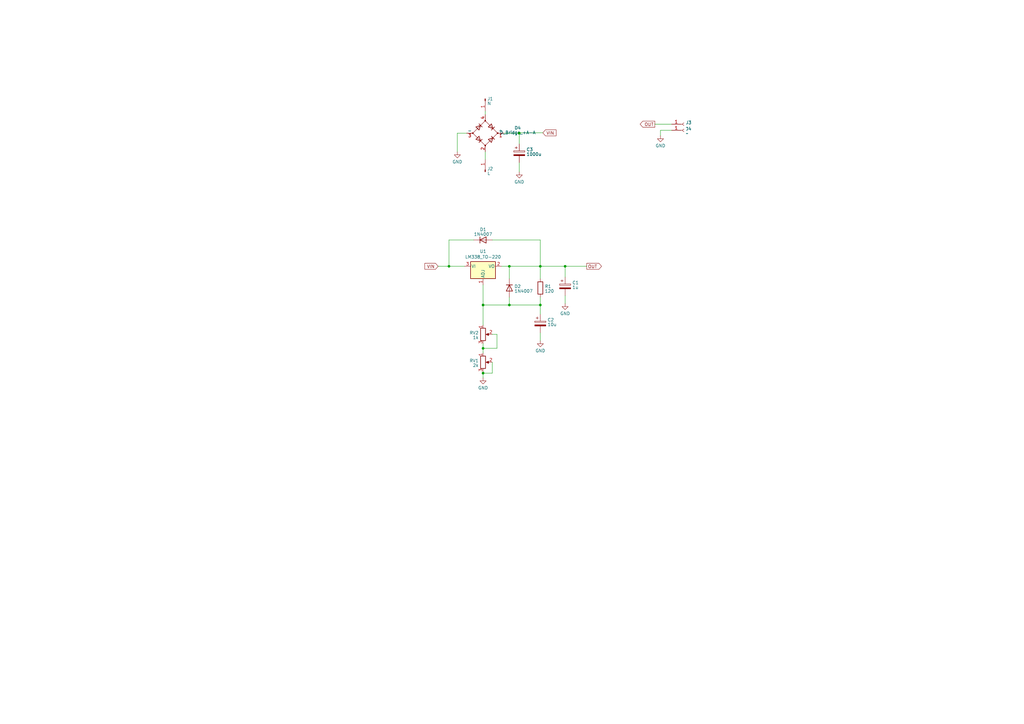
<source format=kicad_sch>
(kicad_sch (version 20230121) (generator eeschema)
  (paper "A3")
  (title_block (title "Линейный источник питания") (company "dev-blog.ru") (comment 2 "Кокорев Я.С."))
  (lib_symbols
    (symbol "Connector:Conn_01x01_Pin" (pin_names (offset 1.016) hide)
      (property "Reference" "J" (at 0 2.54 0))
      (property "Value" "Conn_01x01_Pin" (at 0 -2.54 0))
      (symbol "Conn_01x01_Pin_1_1"
        (polyline (pts (xy 1.27 0) (xy 0.8636 0)) (stroke (width 0.1524)))
        (rectangle (start 0.8636 0.127) (end 0 -0.127) (stroke (width 0.1524)) (fill (type outline)))
        (pin passive line (at 5.08 0 180) (length 3.81) (name "Pin_1") (number "1"))
      )
    )
    (symbol "Connector:Conn_01x01_Socket" (pin_names (offset 1.016) hide)
      (property "Reference" "J" (at 0 2.54 0))
      (property "Value" "Conn_01x01_Socket" (at 0 -2.54 0))
      (symbol "Conn_01x01_Socket_1_1"
        (polyline (pts (xy -1.27 0) (xy -0.508 0)) (stroke (width 0.1524)))
        (arc (start 0 0.508) (mid -0.5058 0) (end 0 -0.508) (stroke (width 0.1524)))
        (pin passive line (at -5.08 0 0) (length 3.81) (name "Pin_1") (number "1"))
      )
    )
    (symbol "Device:C_Polarized" (pin_numbers hide) (pin_names (offset 0.254))
      (property "Reference" "C" (at 0.635 2.54 0))
      (property "Value" "C_Polarized" (at 0.635 -2.54 0))
      (symbol "C_Polarized_0_1"
        (rectangle (start -2.286 0.508) (end 2.286 1.016))
        (polyline (pts (xy -1.778 2.286) (xy -0.762 2.286)))
        (polyline (pts (xy -1.27 2.794) (xy -1.27 1.778)))
        (rectangle (start 2.286 -0.508) (end -2.286 -1.016) (fill (type outline)))
      )
      (symbol "C_Polarized_1_1"
        (pin passive line (at 0 3.81 270) (length 2.794) (name "~") (number "1"))
        (pin passive line (at 0 -3.81 90) (length 2.794) (name "~") (number "2"))
      )
    )
    (symbol "Device:D_Bridge_+A-A" (pin_names (offset 0))
      (property "Reference" "D" (at 2.54 6.985 0))
      (property "Value" "D_Bridge_+A-A" (at 2.54 5.08 0))
      (symbol "D_Bridge_+A-A_0_1"
        (circle (center -5.08 0) (radius 0.254) (fill (type outline)))
        (circle (center 0 -5.08) (radius 0.254) (fill (type outline)))
        (polyline (pts (xy -2.54 3.81) (xy -1.27 2.54)) (stroke (width 0.254)))
        (polyline (pts (xy -1.27 -2.54) (xy -2.54 -3.81)) (stroke (width 0.254)))
        (polyline (pts (xy 2.54 -1.27) (xy 3.81 -2.54)) (stroke (width 0.254)))
        (polyline (pts (xy 2.54 1.27) (xy 3.81 2.54)) (stroke (width 0.254)))
        (polyline (pts (xy -3.81 2.54) (xy -2.54 1.27) (xy -1.905 3.175) (xy -3.81 2.54)) (stroke (width 0.254)))
        (polyline (pts (xy -2.54 -1.27) (xy -3.81 -2.54) (xy -1.905 -3.175) (xy -2.54 -1.27)) (stroke (width 0.254)))
        (polyline (pts (xy 1.27 2.54) (xy 2.54 3.81) (xy 3.175 1.905) (xy 1.27 2.54)) (stroke (width 0.254)))
        (polyline (pts (xy 3.175 -1.905) (xy 1.27 -2.54) (xy 2.54 -3.81) (xy 3.175 -1.905)) (stroke (width 0.254)))
        (polyline (pts (xy -5.08 0) (xy 0 -5.08) (xy 5.08 0) (xy 0 5.08) (xy -5.08 0)))
        (circle (center 0 5.08) (radius 0.254) (fill (type outline)))
        (circle (center 5.08 0) (radius 0.254) (fill (type outline)))
      )
      (symbol "D_Bridge_+A-A_1_1"
        (pin passive line (at 7.62 0 180) (length 2.54) (name "+") (number "1"))
        (pin passive line (at 0 -7.62 90) (length 2.54) (name "~") (number "2"))
        (pin passive line (at -7.62 0 0) (length 2.54) (name "-") (number "3"))
        (pin passive line (at 0 7.62 270) (length 2.54) (name "~") (number "4"))
      )
    )
    (symbol "Device:R" (pin_numbers hide) (pin_names (offset 0))
      (property "Reference" "R" (at 2.032 0 90))
      (property "Value" "R" (at 0 0 90))
      (symbol "R_0_1"
        (rectangle (start -1.016 -2.54) (end 1.016 2.54) (stroke (width 0.254)))
      )
      (symbol "R_1_1"
        (pin passive line (at 0 3.81 270) (length 1.27) (name "~") (number "1"))
        (pin passive line (at 0 -3.81 90) (length 1.27) (name "~") (number "2"))
      )
    )
    (symbol "Device:R_Potentiometer" (pin_names (offset 1.016) hide)
      (property "Reference" "RV" (at -4.445 0 90))
      (property "Value" "R_Potentiometer" (at -2.54 0 90))
      (symbol "R_Potentiometer_0_1"
        (polyline (pts (xy 2.54 0) (xy 1.524 0)))
        (polyline (pts (xy 1.143 0) (xy 2.286 0.508) (xy 2.286 -0.508) (xy 1.143 0)) (fill (type outline)))
        (rectangle (start 1.016 2.54) (end -1.016 -2.54) (stroke (width 0.254)))
      )
      (symbol "R_Potentiometer_1_1"
        (pin passive line (at 0 3.81 270) (length 1.27) (name "1") (number "1"))
        (pin passive line (at 3.81 0 180) (length 1.27) (name "2") (number "2"))
        (pin passive line (at 0 -3.81 90) (length 1.27) (name "3") (number "3"))
      )
    )
    (symbol "Diode:1N4007" (pin_numbers hide) (pin_names hide)
      (property "Reference" "D" (at 0 2.54 0))
      (property "Value" "1N4007" (at 0 -2.54 0))
      (symbol "1N4007_0_1"
        (polyline (pts (xy -1.27 1.27) (xy -1.27 -1.27)) (stroke (width 0.254)))
        (polyline (pts (xy 1.27 0) (xy -1.27 0)))
        (polyline (pts (xy 1.27 1.27) (xy 1.27 -1.27) (xy -1.27 0) (xy 1.27 1.27)) (stroke (width 0.254)))
      )
      (symbol "1N4007_1_1"
        (pin passive line (at -3.81 0 0) (length 2.54) (name "K") (number "1"))
        (pin passive line (at 3.81 0 180) (length 2.54) (name "A") (number "2"))
      )
    )
    (symbol "Regulator_Linear:LM317_TO-220" (pin_names (offset 0.254))
      (property "Reference" "U" (at -3.81 3.175 0))
      (property "Value" "LM317_TO-220" (at 0 3.175 0))
      (symbol "LM317_TO-220_0_1"
        (rectangle (start -5.08 1.905) (end 5.08 -5.08) (stroke (width 0.254)) (fill (type background)))
      )
      (symbol "LM317_TO-220_1_1"
        (pin input line (at 0 -7.62 90) (length 2.54) (name "ADJ") (number "1"))
        (pin power_out line (at 7.62 0 180) (length 2.54) (name "VO") (number "2"))
        (pin power_in line (at -7.62 0 0) (length 2.54) (name "VI") (number "3"))
      )
    )
    (symbol "power:GND" (power) (pin_names (offset 0))
      (property "Value" "GND" (at 0 -3.81 0))
      (symbol "GND_0_1"
        (polyline (pts (xy 0 0) (xy 0 -1.27) (xy 1.27 -1.27) (xy 0 -2.54) (xy -1.27 -1.27) (xy 0 -1.27)))
      )
      (symbol "GND_1_1"
        (pin power_in line (at 0 0 270) (length 0) hide (name "GND") (number "1"))
      )
    )
  )
  (junction (at 212.979 54.61))
  (junction (at 231.775 109.22))
  (junction (at 221.615 125.095))
  (junction (at 198.12 142.875))
  (junction (at 221.615 109.22))
  (junction (at 208.915 109.22))
  (junction (at 198.12 125.095))
  (junction (at 184.15 109.22))
  (junction (at 208.915 125.095))
  (junction (at 198.12 153.035))
  (wire (pts (xy 198.12 142.875) (xy 198.12 144.78)))
  (wire (pts (xy 198.12 116.84) (xy 198.12 125.095)))
  (wire (pts (xy 187.579 62.23) (xy 187.579 54.61)))
  (wire (pts (xy 201.93 153.035) (xy 198.12 153.035)))
  (wire (pts (xy 205.74 109.22) (xy 208.915 109.22)))
  (wire (pts (xy 198.12 125.095) (xy 198.12 133.35)))
  (wire (pts (xy 221.615 125.095) (xy 221.615 128.905)))
  (wire (pts (xy 199.009 62.23) (xy 199.009 65.405)))
  (wire (pts (xy 208.915 121.92) (xy 208.915 125.095)))
  (wire (pts (xy 198.12 125.095) (xy 208.915 125.095)))
  (wire (pts (xy 194.31 98.425) (xy 184.15 98.425)))
  (wire (pts (xy 179.705 109.22) (xy 184.15 109.22)))
  (wire (pts (xy 184.15 109.22) (xy 190.5 109.22)))
  (wire (pts (xy 212.979 66.675) (xy 212.979 70.485)))
  (wire (pts (xy 212.979 54.61) (xy 212.979 59.055)))
  (wire (pts (xy 203.835 137.16) (xy 203.835 142.875)))
  (wire (pts (xy 198.12 153.035) (xy 198.12 154.94)))
  (wire (pts (xy 268.605 50.927) (xy 275.463 50.927)))
  (wire (pts (xy 231.775 121.285) (xy 231.775 124.46)))
  (wire (pts (xy 221.615 98.425) (xy 201.93 98.425)))
  (wire (pts (xy 184.15 98.425) (xy 184.15 109.22)))
  (wire (pts (xy 222.631 54.483) (xy 212.979 54.483)))
  (wire (pts (xy 212.979 54.483) (xy 212.979 54.61)))
  (wire (pts (xy 208.915 109.22) (xy 208.915 114.3)))
  (wire (pts (xy 221.615 136.525) (xy 221.615 139.7)))
  (wire (pts (xy 198.12 152.4) (xy 198.12 153.035)))
  (wire (pts (xy 208.915 125.095) (xy 221.615 125.095)))
  (wire (pts (xy 221.615 121.92) (xy 221.615 125.095)))
  (wire (pts (xy 187.579 54.61) (xy 191.389 54.61)))
  (wire (pts (xy 203.835 142.875) (xy 198.12 142.875)))
  (wire (pts (xy 221.615 109.22) (xy 221.615 114.3)))
  (wire (pts (xy 206.629 54.61) (xy 212.979 54.61)))
  (wire (pts (xy 201.93 137.16) (xy 203.835 137.16)))
  (wire (pts (xy 198.12 140.97) (xy 198.12 142.875)))
  (wire (pts (xy 208.915 109.22) (xy 221.615 109.22)))
  (wire (pts (xy 231.775 109.22) (xy 240.665 109.22)))
  (wire (pts (xy 221.615 109.22) (xy 231.775 109.22)))
  (wire (pts (xy 270.891 53.467) (xy 270.891 55.626)))
  (wire (pts (xy 201.93 148.59) (xy 201.93 153.035)))
  (wire (pts (xy 221.615 109.22) (xy 221.615 98.425)))
  (wire (pts (xy 270.891 53.467) (xy 275.463 53.467)))
  (wire (pts (xy 199.009 45.593) (xy 199.009 46.99)))
  (wire (pts (xy 231.775 109.22) (xy 231.775 113.665)))
  (global_label "VIN" (shape input) (at 222.631 54.483 0) (property "Intersheetrefs" "${INTERSHEET_REFS}" (effects hide)))
  (global_label "OUT" (shape output) (at 240.665 109.22 0) (property "Intersheetrefs" "${INTERSHEET_REFS}" (effects hide)))
  (global_label "OUT" (shape output) (at 268.605 50.927 180) (property "Intersheetrefs" "${INTERSHEET_REFS}" (effects hide)))
  (global_label "VIN" (shape input) (at 179.705 109.22 180) (property "Intersheetrefs" "${INTERSHEET_REFS}" (effects hide)))
  (symbol (lib_id "Regulator_Linear:LM317_TO-220") (at 198.12 109.22 0) (unit 1)
    (property "Reference" "U1" (at 198.12 103.0732 0))
    (property "Value" "LM338_TO-220" (at 198.12 105.3846 0))
    (property "Footprint" "Package_TO_SOT_THT:TO-220-3_Vertical" (effects hide))
    (property "Datasheet" "http://www.ti.com/lit/ds/symlink/lm317.pdf" (effects hide))
  )
  (symbol (lib_id "Connector:Conn_01x01_Socket") (at 280.543 50.927 0) (unit 1)
    (property "Reference" "J3" (at 281.2542 50.2833 0) (effects (justify left)))
    (property "Value" "~" (at 281.2542 52.2043 0) (effects (justify left)))
    (property "Footprint" "MountingHole:MountingHole_3.5mm_Pad" (effects hide))
  )
  (symbol (lib_id "power:GND") (at 270.891 55.626 0) (unit 1)
    (property "Reference" "#PWR06" (effects hide))
    (property "Value" "GND" (at 270.891 59.7615 0))
  )
  (symbol (lib_id "power:GND") (at 212.979 70.485 0) (unit 1)
    (property "Reference" "#PWR05" (effects hide))
    (property "Value" "GND" (at 212.979 74.6205 0))
  )
  (symbol (lib_id "Device:R") (at 221.615 118.11 0) (unit 1)
    (property "Reference" "R1" (at 223.393 117.4663 0) (effects (justify left)))
    (property "Value" "120" (at 223.393 119.3873 0) (effects (justify left)))
    (property "Footprint" "Resistor_THT:R_Axial_DIN0411_L9.9mm_D3.6mm_P20.32mm_Horizontal" (effects hide))
  )
  (symbol (lib_id "power:GND") (at 198.12 154.94 0) (unit 1)
    (property "Reference" "#PWR01" (effects hide))
    (property "Value" "GND" (at 198.12 159.0755 0))
  )
  (symbol (lib_id "Device:C_Polarized") (at 221.615 132.715 0) (unit 1)
    (property "Reference" "C2" (at 224.536 131.1823 0) (effects (justify left)))
    (property "Value" "10u" (at 224.536 133.1033 0) (effects (justify left)))
    (property "Footprint" "Capacitor_THT:CP_Radial_D10.0mm_P5.00mm" (effects hide))
  )
  (symbol (lib_id "Device:C_Polarized") (at 212.979 62.865 0) (unit 1)
    (property "Reference" "C3" (at 215.9 61.3323 0) (effects (justify left)))
    (property "Value" "1000u" (at 215.9 63.2533 0) (effects (justify left)))
    (property "Footprint" "Capacitor_THT:CP_Radial_D8.0mm_P5.00mm" (effects hide))
  )
  (symbol (lib_id "Device:R_Potentiometer") (at 198.12 137.16 0) (unit 1)
    (property "Reference" "RV2" (at 196.342 136.5163 0) (effects (justify right)))
    (property "Value" "1k" (at 196.342 138.4373 0) (effects (justify right)))
    (property "Footprint" "Connector_PinSocket_2.54mm:PinSocket_1x03_P2.54mm_Vertical" (effects hide))
  )
  (symbol (lib_id "Diode:1N4007") (at 198.12 98.425 0) (unit 1)
    (property "Reference" "D1" (at 198.12 94.1451 0))
    (property "Value" "1N4007" (at 198.12 96.0661 0))
    (property "Footprint" "Diode_THT:D_DO-41_SOD81_P10.16mm_Horizontal" (effects hide))
    (property "Datasheet" "http://www.vishay.com/docs/88503/1n4001.pdf" (effects hide))
    (property "Sim.Device" "D" (effects hide))
    (property "Sim.Pins" "1=K 2=A" (effects hide))
  )
  (symbol (lib_id "power:GND") (at 187.579 62.23 0) (unit 1)
    (property "Reference" "#PWR04" (effects hide))
    (property "Value" "GND" (at 187.579 66.3655 0))
  )
  (symbol (lib_id "Device:D_Bridge_+A-A") (at 199.009 54.61 0) (unit 1)
    (property "Reference" "D4" (at 212.3369 52.4637 0))
    (property "Value" "D_Bridge_+A-A" (at 212.3369 54.3847 0))
    (property "Footprint" "Diode_THT:Diode_Bridge_19.0x19.0x6.8mm_P12.7mm" (effects hide))
  )
  (symbol (lib_id "Connector:Conn_01x01_Pin") (at 199.009 70.485 90) (unit 1)
    (property "Reference" "J2" (at 199.8472 69.2063 90) (effects (justify right)))
    (property "Value" "L" (at 199.8472 71.1273 90) (effects (justify right)))
    (property "Footprint" "MountingHole:MountingHole_3.5mm_Pad" (effects hide))
  )
  (symbol (lib_id "power:GND") (at 221.615 139.7 0) (unit 1)
    (property "Reference" "#PWR02" (effects hide))
    (property "Value" "GND" (at 221.615 143.8355 0))
  )
  (symbol (lib_id "Connector:Conn_01x01_Socket") (at 280.543 53.467 0) (unit 1)
    (property "Reference" "J4" (at 281.2542 52.8233 0) (effects (justify left)))
    (property "Value" "~" (at 281.2542 54.7443 0) (effects (justify left)))
    (property "Footprint" "MountingHole:MountingHole_3.5mm_Pad" (effects hide))
  )
  (symbol (lib_id "Connector:Conn_01x01_Pin") (at 199.009 40.513 270) (unit 1)
    (property "Reference" "J1" (at 199.8472 40.5043 90) (effects (justify left)))
    (property "Value" "N" (at 199.8472 42.4253 90) (effects (justify left)))
    (property "Footprint" "MountingHole:MountingHole_3.5mm_Pad" (effects hide))
  )
  (symbol (lib_id "Diode:1N4007") (at 208.915 118.11 270) (unit 1)
    (property "Reference" "D2" (at 210.947 117.4663 90) (effects (justify left)))
    (property "Value" "1N4007" (at 210.947 119.3873 90) (effects (justify left)))
    (property "Footprint" "Diode_THT:D_DO-41_SOD81_P10.16mm_Horizontal" (effects hide))
    (property "Datasheet" "http://www.vishay.com/docs/88503/1n4001.pdf" (effects hide))
    (property "Sim.Device" "D" (effects hide))
    (property "Sim.Pins" "1=K 2=A" (effects hide))
  )
  (symbol (lib_id "power:GND") (at 231.775 124.46 0) (unit 1)
    (property "Reference" "#PWR03" (effects hide))
    (property "Value" "GND" (at 231.775 128.5955 0))
  )
  (symbol (lib_id "Device:C_Polarized") (at 231.775 117.475 0) (unit 1)
    (property "Reference" "C1" (at 234.696 115.9423 0) (effects (justify left)))
    (property "Value" "1u" (at 234.696 117.8633 0) (effects (justify left)))
    (property "Footprint" "Capacitor_THT:CP_Radial_D10.0mm_P5.00mm" (effects hide))
  )
  (symbol (lib_id "Device:R_Potentiometer") (at 198.12 148.59 0) (unit 1)
    (property "Reference" "RV1" (at 196.342 147.9463 0) (effects (justify right)))
    (property "Value" "2k" (at 196.342 149.8673 0) (effects (justify right)))
    (property "Footprint" "Connector_PinSocket_2.54mm:PinSocket_1x03_P2.54mm_Vertical" (effects hide))
  )
)
</source>
